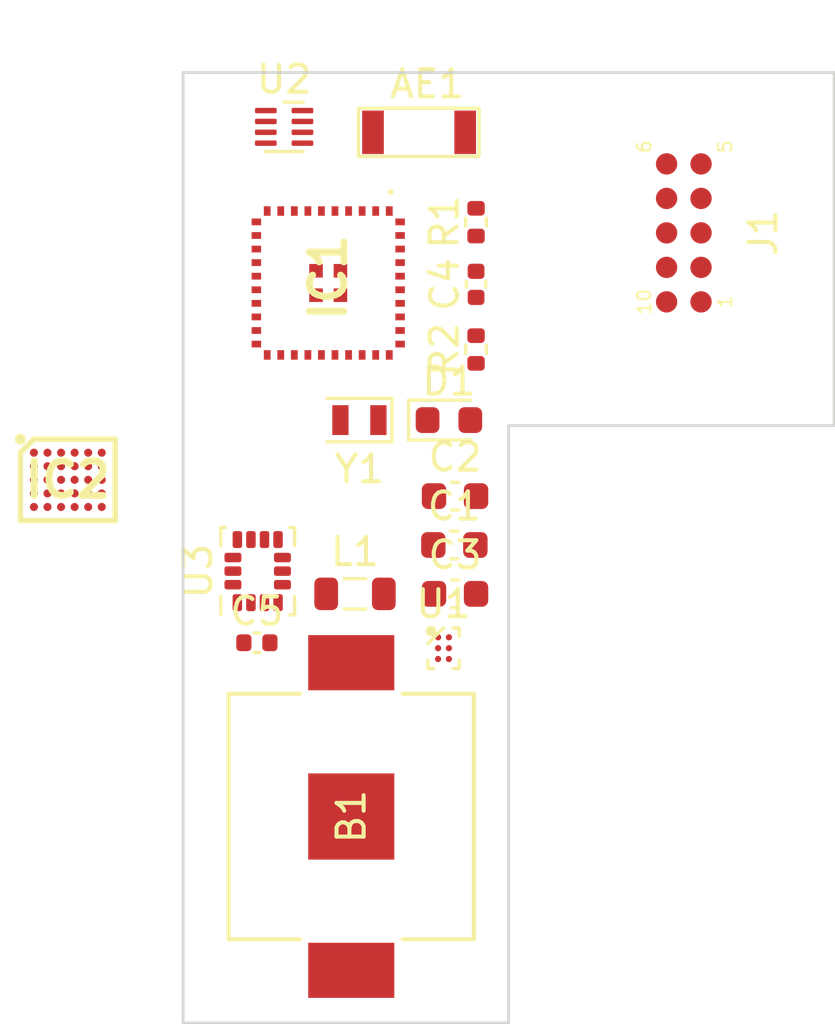
<source format=kicad_pcb>
(kicad_pcb (version 20221018) (generator pcbnew)
  (layers (0 "F.Cu" signal) (31 "B.Cu" signal) (34 "B.Paste" user) (35 "F.Paste" user) (36 "B.SilkS" user "B.Silkscreen") (37 "F.SilkS" user "F.Silkscreen") (38 "B.Mask" user) (39 "F.Mask" user) (44 "Edge.Cuts" user))
  (net 0 "")
  (net 1 "+BATT")
  (net 2 "GND")
  (net 3 "+3V0")
  (net 4 "RESETn")
  (net 6 "AXY_INT1")
  (net 7 "AXY_INT2")
  (net 8 "SWCLK")
  (net 9 "SWDIO")
  (net 10 "Net-(AE1-FEED)")
  (net 11 "SWO")
  (net 12 "Net-(D1-A)")
  (net 19 "PTI_DATA")
  (net 20 "PTI_FRAME")
  (net 26 "MAG_INT")
  (net 27 "SDA")
  (net 28 "SCL")
  (net 29 "Net-(IC1-PD01)")
  (net 30 "Net-(IC1-PD00)")
  (net 32 "VCOM_RX")
  (net 33 "VCOM_TX")
  (net 38 "Net-(U1-SW)")
  (footprint "Juxta:BGM220SC12WGA2R" (layer "F.Cu") (at 82.35 85.75 -90)
    (fp_text reference "IC1" (at -0.2 0 90) (layer "F.SilkS") (effects (font (size 1.27 1.27) (thickness 0.254))))
    (fp_text value "BGM220SC12WGA2R" hide)
    (fp_line (start -3.4 -2.3) (end -3.4 -2.3) (stroke (width 0.1)) (layer "F.SilkS"))
    (fp_line (start -3.3 -2.3) (end -3.3 -2.3) (stroke (width 0.1)) (layer "F.SilkS"))
    (fp_arc (start -3.4 -2.3) (mid -3.35 -2.35) (end -3.3 -2.3) (stroke (width 0.1)) (layer "F.SilkS"))
    (fp_arc (start -3.3 -2.3) (mid -3.35 -2.25) (end -3.4 -2.3) (stroke (width 0.1)) (layer "F.SilkS"))
    (pad "1" smd rect (at -2.65 -2.25) (size 0.25 0.35) (layers "F.Cu" "F.Paste" "F.Mask"))
    (pad "2" smd rect (at -2.65 -1.75) (size 0.25 0.35) (layers "F.Cu" "F.Paste" "F.Mask") (net 2 "GND"))
    (pad "3" smd rect (at -2.65 -1.25) (size 0.25 0.35) (layers "F.Cu" "F.Paste" "F.Mask") (net 10 "Net-(AE1-FEED)"))
    (pad "4" smd rect (at -2.65 -0.75) (size 0.25 0.35) (layers "F.Cu" "F.Paste" "F.Mask") (net 2 "GND"))
    (pad "5" smd rect (at -2.65 -0.25) (size 0.25 0.35) (layers "F.Cu" "F.Paste" "F.Mask") (net 2 "GND"))
    (pad "6" smd rect (at -2.65 0.25) (size 0.25 0.35) (layers "F.Cu" "F.Paste" "F.Mask") (net 6 "AXY_INT1"))
    (pad "7" smd rect (at -2.65 0.75) (size 0.25 0.35) (layers "F.Cu" "F.Paste" "F.Mask") (net 7 "AXY_INT2"))
    (pad "8" smd rect (at -2.65 1.25) (size 0.25 0.35) (layers "F.Cu" "F.Paste" "F.Mask"))
    (pad "9" smd rect (at -2.65 1.75) (size 0.25 0.35) (layers "F.Cu" "F.Paste" "F.Mask"))
    (pad "10" smd rect (at -2.65 2.25) (size 0.25 0.35) (layers "F.Cu" "F.Paste" "F.Mask"))
    (pad "11" smd rect (at -2.25 2.65 270) (size 0.25 0.35) (layers "F.Cu" "F.Paste" "F.Mask"))
    (pad "12" smd rect (at -1.75 2.65 270) (size 0.25 0.35) (layers "F.Cu" "F.Paste" "F.Mask") (net 8 "SWCLK"))
    (pad "13" smd rect (at -1.25 2.65 270) (size 0.25 0.35) (layers "F.Cu" "F.Paste" "F.Mask") (net 9 "SWDIO"))
    (pad "14" smd rect (at -0.75 2.65 270) (size 0.25 0.35) (layers "F.Cu" "F.Paste" "F.Mask"))
    (pad "15" smd rect (at -0.25 2.65 270) (size 0.25 0.35) (layers "F.Cu" "F.Paste" "F.Mask") (net 11 "SWO"))
    (pad "16" smd rect (at 0.25 2.65 270) (size 0.25 0.35) (layers "F.Cu" "F.Paste" "F.Mask") (net 33 "VCOM_TX"))
    (pad "17" smd rect (at 0.75 2.65 270) (size 0.25 0.35) (layers "F.Cu" "F.Paste" "F.Mask") (net 32 "VCOM_RX"))
    (pad "18" smd rect (at 1.25 2.65 270) (size 0.25 0.35) (layers "F.Cu" "F.Paste" "F.Mask"))
    (pad "19" smd rect (at 1.75 2.65 270) (size 0.25 0.35) (layers "F.Cu" "F.Paste" "F.Mask"))
    (pad "20" smd rect (at 2.25 2.65 270) (size 0.25 0.35) (layers "F.Cu" "F.Paste" "F.Mask") (net 12 "Net-(D1-A)"))
    (pad "21" smd rect (at 2.65 2.25) (size 0.25 0.35) (layers "F.Cu" "F.Paste" "F.Mask"))
    (pad "22" smd rect (at 2.65 1.75) (size 0.25 0.35) (layers "F.Cu" "F.Paste" "F.Mask") (net 3 "+3V0"))
    (pad "23" smd rect (at 2.65 1.25) (size 0.25 0.35) (layers "F.Cu" "F.Paste" "F.Mask") (net 3 "+3V0"))
    (pad "24" smd rect (at 2.65 0.75) (size 0.25 0.35) (layers "F.Cu" "F.Paste" "F.Mask"))
    (pad "25" smd rect (at 2.65 0.25) (size 0.25 0.35) (layers "F.Cu" "F.Paste" "F.Mask"))
    (pad "26" smd rect (at 2.65 -0.25) (size 0.25 0.35) (layers "F.Cu" "F.Paste" "F.Mask") (net 29 "Net-(IC1-PD01)"))
    (pad "27" smd rect (at 2.65 -0.75) (size 0.25 0.35) (layers "F.Cu" "F.Paste" "F.Mask") (net 30 "Net-(IC1-PD00)"))
    (pad "28" smd rect (at 2.65 -1.25) (size 0.25 0.35) (layers "F.Cu" "F.Paste" "F.Mask") (net 26 "MAG_INT"))
    (pad "29" smd rect (at 2.65 -1.75) (size 0.25 0.35) (layers "F.Cu" "F.Paste" "F.Mask") (net 27 "SDA"))
    (pad "30" smd rect (at 2.65 -2.25) (size 0.25 0.35) (layers "F.Cu" "F.Paste" "F.Mask") (net 28 "SCL"))
    (pad "31" smd rect (at 2.25 -2.65 270) (size 0.25 0.35) (layers "F.Cu" "F.Paste" "F.Mask"))
    (pad "32" smd rect (at 1.75 -2.65 270) (size 0.25 0.35) (layers "F.Cu" "F.Paste" "F.Mask") (net 19 "PTI_DATA"))
    (pad "33" smd rect (at 1.25 -2.65 270) (size 0.25 0.35) (layers "F.Cu" "F.Paste" "F.Mask") (net 20 "PTI_FRAME"))
    (pad "34" smd rect (at 0.75 -2.65 270) (size 0.25 0.35) (layers "F.Cu" "F.Paste" "F.Mask") (net 1 "+BATT"))
    (pad "35" smd rect (at 0.25 -2.65 270) (size 0.25 0.35) (layers "F.Cu" "F.Paste" "F.Mask") (net 4 "RESETn"))
    (pad "36" smd rect (at -0.25 -2.65 270) (size 0.25 0.35) (layers "F.Cu" "F.Paste" "F.Mask") (net 2 "GND"))
    (pad "37" smd rect (at -0.75 -2.65 270) (size 0.25 0.35) (layers "F.Cu" "F.Paste" "F.Mask"))
    (pad "38" smd rect (at -1.25 -2.65 270) (size 0.25 0.35) (layers "F.Cu" "F.Paste" "F.Mask"))
    (pad "39" smd rect (at -1.75 -2.65 270) (size 0.25 0.35) (layers "F.Cu" "F.Paste" "F.Mask"))
    (pad "40" smd rect (at -2.25 -2.65 270) (size 0.25 0.35) (layers "F.Cu" "F.Paste" "F.Mask") (net 2 "GND"))
    (pad "41" smd rect (at 0.45 -0.45 270) (size 0.5 0.5) (layers "F.Cu" "F.Paste" "F.Mask") (net 2 "GND"))
    (pad "42" smd rect (at 0.45 0.45 270) (size 0.5 0.5) (layers "F.Cu" "F.Paste" "F.Mask") (net 2 "GND"))
    (pad "43" smd rect (at -0.45 0.45 270) (size 0.5 0.5) (layers "F.Cu" "F.Paste" "F.Mask") (net 2 "GND"))
    (pad "44" smd rect (at -0.45 -0.45 270) (size 0.5 0.5) (layers "F.Cu" "F.Paste" "F.Mask") (net 2 "GND"))
  )
  (footprint "Package_LGA:LGA-14_3x2.5mm_P0.5mm_LayoutBorder3x4y" (layer "F.Cu") (at 79.75 96.3625 90)
    (fp_text reference "U3" (at 0 -2.2 90) (layer "F.SilkS"))
    (fp_text value "LSM6DS3")
    (fp_line (start -1.61 1.36) (end -1.61 1.185) (stroke (width 0.12)) (layer "F.SilkS"))
    (fp_line (start -0.935 -1.36) (end -1.61 -1.36) (stroke (width 0.12)) (layer "F.SilkS"))
    (fp_line (start -0.935 1.36) (end -1.61 1.36) (stroke (width 0.12)) (layer "F.SilkS"))
    (fp_line (start 0.935 -1.36) (end 1.61 -1.36) (stroke (width 0.12)) (layer "F.SilkS"))
    (fp_line (start 0.935 1.36) (end 1.61 1.36) (stroke (width 0.12)) (layer "F.SilkS"))
    (fp_line (start 1.61 -1.36) (end 1.61 -1.185) (stroke (width 0.12)) (layer "F.SilkS"))
    (fp_line (start 1.61 1.36) (end 1.61 1.185) (stroke (width 0.12)) (layer "F.SilkS"))
    (pad "1" smd roundrect (at -1.1625 -0.75 90) (size 0.625 0.35) (layers "F.Cu" "F.Paste" "F.Mask"))
    (pad "2" smd roundrect (at -1.1625 -0.25 90) (size 0.625 0.35) (layers "F.Cu" "F.Paste" "F.Mask") (net 2 "GND"))
    (pad "3" smd roundrect (at -1.1625 0.25 90) (size 0.625 0.35) (layers "F.Cu" "F.Paste" "F.Mask") (net 2 "GND"))
    (pad "4" smd roundrect (at -1.1625 0.75 90) (size 0.625 0.35) (layers "F.Cu" "F.Paste" "F.Mask") (net 6 "AXY_INT1"))
    (pad "5" smd roundrect (at -0.5 0.9125 90) (size 0.35 0.625) (layers "F.Cu" "F.Paste" "F.Mask") (net 3 "+3V0"))
    (pad "6" smd roundrect (at 0 0.9125 90) (size 0.35 0.625) (layers "F.Cu" "F.Paste" "F.Mask") (net 2 "GND"))
    (pad "7" smd roundrect (at 0.5 0.9125 90) (size 0.35 0.625) (layers "F.Cu" "F.Paste" "F.Mask") (net 2 "GND"))
    (pad "8" smd roundrect (at 1.1625 0.75 90) (size 0.625 0.35) (layers "F.Cu" "F.Paste" "F.Mask") (net 3 "+3V0"))
    (pad "9" smd roundrect (at 1.1625 0.25 90) (size 0.625 0.35) (layers "F.Cu" "F.Paste" "F.Mask") (net 7 "AXY_INT2"))
    (pad "10" smd roundrect (at 1.1625 -0.25 90) (size 0.625 0.35) (layers "F.Cu" "F.Paste" "F.Mask"))
    (pad "11" smd roundrect (at 1.1625 -0.75 90) (size 0.625 0.35) (layers "F.Cu" "F.Paste" "F.Mask"))
    (pad "12" smd roundrect (at 0.5 -0.9125 90) (size 0.35 0.625) (layers "F.Cu" "F.Paste" "F.Mask") (net 3 "+3V0"))
    (pad "13" smd roundrect (at 0 -0.9125 90) (size 0.35 0.625) (layers "F.Cu" "F.Paste" "F.Mask") (net 28 "SCL"))
    (pad "14" smd roundrect (at -0.5 -0.9125 90) (size 0.35 0.625) (layers "F.Cu" "F.Paste" "F.Mask") (net 27 "SDA"))
  )
  (footprint "Capacitor_SMD:C_0402_1005Metric" (layer "F.Cu") (at 87.8 85.8 90)
    (fp_text reference "C4" (at 0 -1.16 90) (layer "F.SilkS"))
    (fp_text value "100nF")
    (fp_line (start -0.107836 -0.36) (end 0.107836 -0.36) (stroke (width 0.12)) (layer "F.SilkS"))
    (fp_line (start -0.107836 0.36) (end 0.107836 0.36) (stroke (width 0.12)) (layer "F.SilkS"))
    (pad "1" smd roundrect (at -0.48 0 90) (size 0.56 0.62) (layers "F.Cu" "F.Paste" "F.Mask") (net 4 "RESETn"))
    (pad "2" smd roundrect (at 0.48 0 90) (size 0.56 0.62) (layers "F.Cu" "F.Paste" "F.Mask") (net 2 "GND"))
  )
  (footprint "Resistor_SMD:R_0402_1005Metric" (layer "F.Cu") (at 87.8 83.51 90)
    (fp_text reference "R1" (at 0 -1.17 90) (layer "F.SilkS"))
    (fp_text value "4.7k")
    (fp_line (start -0.153641 -0.38) (end 0.153641 -0.38) (stroke (width 0.12)) (layer "F.SilkS"))
    (fp_line (start -0.153641 0.38) (end 0.153641 0.38) (stroke (width 0.12)) (layer "F.SilkS"))
    (pad "1" smd roundrect (at -0.51 0 90) (size 0.54 0.64) (layers "F.Cu" "F.Paste" "F.Mask") (net 3 "+3V0"))
    (pad "2" smd roundrect (at 0.51 0 90) (size 0.54 0.64) (layers "F.Cu" "F.Paste" "F.Mask") (net 28 "SCL"))
  )
  (footprint "Inductor_SMD:L_0805_2012Metric" (layer "F.Cu") (at 83.3375 97.2)
    (fp_text reference "L1" (at 0 -1.55) (layer "F.SilkS"))
    (fp_text value "1uH")
    (fp_line (start -0.399622 -0.56) (end 0.399622 -0.56) (stroke (width 0.12)) (layer "F.SilkS"))
    (fp_line (start -0.399622 0.56) (end 0.399622 0.56) (stroke (width 0.12)) (layer "F.SilkS"))
    (pad "1" smd roundrect (at -1.0625 0) (size 0.875 1.2) (layers "F.Cu" "F.Paste" "F.Mask") (net 1 "+BATT"))
    (pad "2" smd roundrect (at 1.0625 0) (size 0.875 1.2) (layers "F.Cu" "F.Paste" "F.Mask") (net 38 "Net-(U1-SW)"))
  )
  (footprint "Crystal:Crystal_SMD_2012-2Pin_2.0x1.2mm" (layer "F.Cu") (at 83.5 90.8 180)
    (fp_text reference "Y1" (at 0 -1.8) (layer "F.SilkS"))
    (fp_text value "Crystal")
    (fp_line (start -1.2 -0.8) (end -1.2 0.8) (stroke (width 0.12)) (layer "F.SilkS"))
    (fp_line (start -1.2 0.8) (end 1.2 0.8) (stroke (width 0.12)) (layer "F.SilkS"))
    (fp_line (start 1.2 -0.8) (end -1.2 -0.8) (stroke (width 0.12)) (layer "F.SilkS"))
    (pad "1" smd rect (at -0.7 0 180) (size 0.6 1.1) (layers "F.Cu" "F.Paste" "F.Mask") (net 30 "Net-(IC1-PD00)"))
    (pad "2" smd rect (at 0.7 0 180) (size 0.6 1.1) (layers "F.Cu" "F.Paste" "F.Mask") (net 29 "Net-(IC1-PD01)"))
  )
  (footprint "Capacitor_SMD:C_0603_1608Metric" (layer "F.Cu") (at 87.025 93.6)
    (fp_text reference "C2" (at 0 -1.43) (layer "F.SilkS"))
    (fp_text value "10uF")
    (fp_line (start -0.14058 -0.51) (end 0.14058 -0.51) (stroke (width 0.12)) (layer "F.SilkS"))
    (fp_line (start -0.14058 0.51) (end 0.14058 0.51) (stroke (width 0.12)) (layer "F.SilkS"))
    (pad "1" smd roundrect (at -0.775 0) (size 0.9 0.95) (layers "F.Cu" "F.Paste" "F.Mask") (net 3 "+3V0"))
    (pad "2" smd roundrect (at 0.775 0) (size 0.9 0.95) (layers "F.Cu" "F.Paste" "F.Mask") (net 2 "GND"))
  )
  (footprint "Juxta:BGA-6_2x3_0.914x1.256mm" (layer "F.Cu") (at 86.6 99.2)
    (fp_text reference "U1" (at 0 -1.628) (layer "F.SilkS"))
    (fp_text value "TPS61099x_YFF")
    (fp_line (start -0.577 0.748) (end -0.577 0.434) (stroke (width 0.12)) (layer "F.SilkS"))
    (fp_line (start -0.3485 0.748) (end -0.577 0.748) (stroke (width 0.12)) (layer "F.SilkS"))
    (fp_line (start 0 -0.748) (end -0.577 -0.171) (stroke (width 0.12)) (layer "F.SilkS"))
    (fp_line (start 0.3485 -0.748) (end 0.577 -0.748) (stroke (width 0.12)) (layer "F.SilkS"))
    (fp_line (start 0.3485 -0.748) (end 0.577 -0.748) (stroke (width 0.12)) (layer "F.SilkS"))
    (fp_line (start 0.3485 -0.748) (end 0.577 -0.748) (stroke (width 0.12)) (layer "F.SilkS"))
    (fp_line (start 0.3485 0.748) (end 0.577 0.748) (stroke (width 0.12)) (layer "F.SilkS"))
    (fp_line (start 0.577 -0.748) (end 0.577 -0.434) (stroke (width 0.12)) (layer "F.SilkS"))
    (fp_line (start 0.577 -0.748) (end 0.577 -0.434) (stroke (width 0.12)) (layer "F.SilkS"))
    (fp_line (start 0.577 -0.748) (end 0.577 -0.434) (stroke (width 0.12)) (layer "F.SilkS"))
    (fp_line (start 0.577 0.748) (end 0.577 0.434) (stroke (width 0.12)) (layer "F.SilkS"))
    (fp_circle (center -0.457 -0.628) (end -0.457 -0.528) (stroke (width 0.2)) (fill none) (layer "F.SilkS"))
    (pad "A1" smd circle (at -0.2 -0.4) (size 0.23 0.23) (layers "F.Cu" "F.Paste" "F.Mask") (net 1 "+BATT"))
    (pad "A2" smd circle (at 0.2 -0.4) (size 0.23 0.23) (layers "F.Cu" "F.Paste" "F.Mask") (net 2 "GND"))
    (pad "B1" smd circle (at -0.2 0) (size 0.23 0.23) (layers "F.Cu" "F.Paste" "F.Mask") (net 38 "Net-(U1-SW)"))
    (pad "B2" smd circle (at 0.2 0) (size 0.23 0.23) (layers "F.Cu" "F.Paste" "F.Mask") (net 3 "+3V0"))
    (pad "C1" smd circle (at -0.2 0.4) (size 0.23 0.23) (layers "F.Cu" "F.Paste" "F.Mask") (net 1 "+BATT"))
    (pad "C2" smd circle (at 0.2 0.4) (size 0.23 0.23) (layers "F.Cu" "F.Paste" "F.Mask") (net 2 "GND"))
  )
  (footprint "LED_SMD:LED_0603_1608Metric" (layer "F.Cu") (at 86.8 90.8)
    (fp_text reference "D1" (at 0 -1.43) (layer "F.SilkS"))
    (fp_text value "LED")
    (fp_line (start -1.485 -0.735) (end -1.485 0.735) (stroke (width 0.12)) (layer "F.SilkS"))
    (fp_line (start -1.485 0.735) (end 0.8 0.735) (stroke (width 0.12)) (layer "F.SilkS"))
    (fp_line (start 0.8 -0.735) (end -1.485 -0.735) (stroke (width 0.12)) (layer "F.SilkS"))
    (pad "1" smd roundrect (at -0.7875 0) (size 0.875 0.95) (layers "F.Cu" "F.Paste" "F.Mask") (net 2 "GND"))
    (pad "2" smd roundrect (at 0.7875 0) (size 0.875 0.95) (layers "F.Cu" "F.Paste" "F.Mask") (net 12 "Net-(D1-A)"))
  )
  (footprint "Juxta:TC2050-IDC-FP" (layer "F.Cu") (at 95.46 83.905 90)
    (fp_text reference "J1" (at 0 2.921 90) (layer "F.SilkS"))
    (fp_text value "Conn_02x05_Odd_Even")
    (fp_text user "1" (at -2.54 1.524 90) (layer "F.SilkS") (effects (font (size 0.5 0.5) (thickness 0.08))))
    (fp_text user "10" (at -2.54 -1.4605 90) (layer "F.SilkS") (effects (font (size 0.5 0.5) (thickness 0.08))))
    (fp_text user "6" (at 3.175 -1.4605 90) (layer "F.SilkS") (effects (font (size 0.5 0.5) (thickness 0.08))))
    (fp_text user "5" (at 3.175 1.524 90) (layer "F.SilkS") (effects (font (size 0.5 0.5) (thickness 0.08))))
    (pad "" np_thru_hole circle (at -3.81 -2.54 90) (size 2.3749 2.3749) (drill 2.3749) (layers "*.Cu" "*.Mask"))
    (pad "" np_thru_hole circle (at -3.81 0 90) (size 0.991 0.991) (drill 0.991) (layers "*.Cu" "*.Mask"))
    (pad "" np_thru_hole circle (at -3.81 2.54 90) (size 2.3749 2.3749) (drill 2.3749) (layers "*.Cu" "*.Mask"))
    (pad "" np_thru_hole circle (at 1.905 -2.54 90) (size 2.3749 2.3749) (drill 2.3749) (layers "*.Cu" "*.Mask"))
    (pad "" np_thru_hole circle (at 1.905 2.54 90) (size 2.3749 2.3749) (drill 2.3749) (layers "*.Cu" "*.Mask"))
    (pad "" np_thru_hole circle (at 3.81 -1.015 90) (size 0.991 0.991) (drill 0.991) (layers "*.Cu" "*.Mask"))
    (pad "" np_thru_hole circle (at 3.81 1.015 90) (size 0.991 0.991) (drill 0.991) (layers "*.Cu" "*.Mask"))
    (pad "1" smd circle (at -2.54 0.635 90) (size 0.787 0.787) (layers "F.Cu" "F.Mask") (net 3 "+3V0"))
    (pad "2" smd circle (at -1.27 0.635 90) (size 0.787 0.787) (layers "F.Cu" "F.Mask") (net 2 "GND"))
    (pad "3" smd circle (at 0 0.635 90) (size 0.787 0.787) (layers "F.Cu" "F.Mask") (net 4 "RESETn"))
    (pad "4" smd circle (at 1.27 0.635 90) (size 0.787 0.787) (layers "F.Cu" "F.Mask") (net 32 "VCOM_RX"))
    (pad "5" smd circle (at 2.54 0.635 90) (size 0.787 0.787) (layers "F.Cu" "F.Mask") (net 33 "VCOM_TX"))
    (pad "6" smd circle (at 2.54 -0.635 90) (size 0.787 0.787) (layers "F.Cu" "F.Mask") (net 11 "SWO"))
    (pad "7" smd circle (at 1.27 -0.635 90) (size 0.787 0.787) (layers "F.Cu" "F.Mask") (net 9 "SWDIO"))
    (pad "8" smd circle (at 0 -0.635 90) (size 0.787 0.787) (layers "F.Cu" "F.Mask") (net 8 "SWCLK"))
    (pad "9" smd circle (at -1.27 -0.635 90) (size 0.787 0.787) (layers "F.Cu" "F.Mask") (net 20 "PTI_FRAME"))
    (pad "10" smd circle (at -2.54 -0.635 90) (size 0.787 0.787) (layers "F.Cu" "F.Mask") (net 19 "PTI_DATA"))
  )
  (footprint "Capacitor_SMD:C_0603_1608Metric" (layer "F.Cu") (at 87 95.4)
    (fp_text reference "C1" (at 0 -1.43) (layer "F.SilkS"))
    (fp_text value "10uF")
    (fp_line (start -0.14058 -0.51) (end 0.14058 -0.51) (stroke (width 0.12)) (layer "F.SilkS"))
    (fp_line (start -0.14058 0.51) (end 0.14058 0.51) (stroke (width 0.12)) (layer "F.SilkS"))
    (pad "1" smd roundrect (at -0.775 0) (size 0.9 0.95) (layers "F.Cu" "F.Paste" "F.Mask") (net 3 "+3V0"))
    (pad "2" smd roundrect (at 0.775 0) (size 0.9 0.95) (layers "F.Cu" "F.Paste" "F.Mask") (net 2 "GND"))
  )
  (footprint "Juxta:2450AT18B100" (layer "F.Cu") (at 87.4 80.2)
    (fp_text reference "AE1" (at -1.397 -1.778) (layer "F.SilkS"))
    (fp_text value "Antenna_Chip")
    (fp_line (start -3.937 -0.889) (end 0.508 -0.889) (stroke (width 0.12)) (layer "F.SilkS"))
    (fp_line (start -3.937 0.889) (end -3.937 -0.889) (stroke (width 0.12)) (layer "F.SilkS"))
    (fp_line (start 0.508 -0.889) (end 0.508 0.889) (stroke (width 0.12)) (layer "F.SilkS"))
    (fp_line (start 0.508 0.889) (end -3.937 0.889) (stroke (width 0.12)) (layer "F.SilkS"))
    (pad "1" smd rect (at -3.4 0) (size 0.8 1.6) (layers "F.Cu" "F.Paste" "F.Mask") (net 10 "Net-(AE1-FEED)"))
    (pad "2" smd rect (at 0 0) (size 0.8 1.6) (layers "F.Cu" "F.Paste" "F.Mask"))
  )
  (footprint "Juxta:2988TR_KEY" (layer "F.Cu") (at 83.2 105.4 90)
    (fp_text reference "B1" (at 0 0 90 unlocked) (layer "F.SilkS"))
    (fp_text value "2988TR")
    (fp_line (start -4.5212 -4.5212) (end -4.5212 -1.894718) (stroke (width 0.1524)) (layer "F.SilkS"))
    (fp_line (start -4.5212 1.894718) (end -4.5212 4.5212) (stroke (width 0.1524)) (layer "F.SilkS"))
    (fp_line (start -4.5212 4.5212) (end 4.5212 4.5212) (stroke (width 0.1524)) (layer "F.SilkS"))
    (fp_line (start 4.5212 -4.5212) (end -4.5212 -4.5212) (stroke (width 0.1524)) (layer "F.SilkS"))
    (fp_line (start 4.5212 -1.894718) (end 4.5212 -4.5212) (stroke (width 0.1524)) (layer "F.SilkS"))
    (fp_line (start 4.5212 4.5212) (end 4.5212 1.894718) (stroke (width 0.1524)) (layer "F.SilkS"))
    (pad "1" smd rect (at -5.665 0 90) (size 2.032 3.175) (layers "F.Cu" "F.Paste" "F.Mask") (net 1 "+BATT"))
    (pad "2" smd rect (at 5.665 0 90) (size 2.032 3.175) (layers "F.Cu" "F.Paste" "F.Mask"))
    (pad "3" smd rect (at 0 0 90) (size 3.175 3.175) (layers "F.Cu" "F.Mask") (net 2 "GND"))
  )
  (footprint "Capacitor_SMD:C_0603_1608Metric" (layer "F.Cu") (at 87.025 97.2)
    (fp_text reference "C3" (at 0 -1.43) (layer "F.SilkS"))
    (fp_text value "10uF")
    (fp_line (start -0.14058 -0.51) (end 0.14058 -0.51) (stroke (width 0.12)) (layer "F.SilkS"))
    (fp_line (start -0.14058 0.51) (end 0.14058 0.51) (stroke (width 0.12)) (layer "F.SilkS"))
    (pad "1" smd roundrect (at -0.775 0) (size 0.9 0.95) (layers "F.Cu" "F.Paste" "F.Mask") (net 1 "+BATT"))
    (pad "2" smd roundrect (at 0.775 0) (size 0.9 0.95) (layers "F.Cu" "F.Paste" "F.Mask") (net 2 "GND"))
  )
  (footprint "Package_DFN_QFN:TDFN-8_1.4x1.6mm_P0.4mm" (layer "F.Cu") (at 80.725 80)
    (fp_text reference "U2" (at 0 -1.75) (layer "F.SilkS"))
    (fp_text value "Si7210-B-xx-IM2")
    (fp_line (start -0.7 0.91) (end 0.7 0.91) (stroke (width 0.12)) (layer "F.SilkS"))
    (fp_line (start 0 -0.91) (end 0.7 -0.91) (stroke (width 0.12)) (layer "F.SilkS"))
    (pad "1" smd roundrect (at -0.675 -0.6) (size 0.8 0.2) (layers "F.Cu" "F.Paste" "F.Mask") (net 2 "GND"))
    (pad "2" smd roundrect (at -0.675 -0.2) (size 0.8 0.2) (layers "F.Cu" "F.Paste" "F.Mask") (net 28 "SCL"))
    (pad "3" smd roundrect (at -0.675 0.2) (size 0.8 0.2) (layers "F.Cu" "F.Paste" "F.Mask"))
    (pad "4" smd roundrect (at -0.675 0.6) (size 0.8 0.2) (layers "F.Cu" "F.Paste" "F.Mask") (net 27 "SDA"))
    (pad "5" smd roundrect (at 0.675 0.6) (size 0.8 0.2) (layers "F.Cu" "F.Paste" "F.Mask") (net 2 "GND"))
    (pad "6" smd roundrect (at 0.675 0.2) (size 0.8 0.2) (layers "F.Cu" "F.Paste" "F.Mask") (net 26 "MAG_INT"))
    (pad "7" smd roundrect (at 0.675 -0.2) (size 0.8 0.2) (layers "F.Cu" "F.Paste" "F.Mask"))
    (pad "8" smd roundrect (at 0.675 -0.6) (size 0.8 0.2) (layers "F.Cu" "F.Paste" "F.Mask") (net 3 "+3V0"))
  )
  (footprint "JuxtaN:BGA30C50P6X5_293X274X69" (layer "F.Cu") (at 72.75 93)
    (fp_text reference "IC2" (at 0 0) (layer "F.SilkS") (effects (font (size 1.27 1.27) (thickness 0.254))))
    (fp_text value "MAX30003CWV+T" hide)
    (fp_line (start -1.749 -1) (end -1.25 -1.499) (stroke (width 0.2)) (layer "F.SilkS"))
    (fp_line (start -1.749 1.499) (end -1.749 -1) (stroke (width 0.2)) (layer "F.SilkS"))
    (fp_line (start -1.25 -1.499) (end 1.749 -1.499) (stroke (width 0.2)) (layer "F.SilkS"))
    (fp_line (start 1.749 -1.499) (end 1.749 1.499) (stroke (width 0.2)) (layer "F.SilkS"))
    (fp_line (start 1.749 1.499) (end -1.749 1.499) (stroke (width 0.2)) (layer "F.SilkS"))
    (fp_circle (center -1.749 -1.499) (end -1.749 -1.399) (stroke (width 0.2)) (fill none) (layer "F.SilkS"))
    (pad "A1" smd circle (at -1.25 -1 90) (size 0.298 0.298) (layers "F.Cu" "F.Paste" "F.Mask"))
    (pad "A2" smd circle (at -0.75 -1 90) (size 0.298 0.298) (layers "F.Cu" "F.Paste" "F.Mask"))
    (pad "A3" smd circle (at -0.25 -1 90) (size 0.298 0.298) (layers "F.Cu" "F.Paste" "F.Mask"))
    (pad "A4" smd circle (at 0.25 -1 90) (size 0.298 0.298) (layers "F.Cu" "F.Paste" "F.Mask"))
    (pad "A5" smd circle (at 0.75 -1 90) (size 0.298 0.298) (layers "F.Cu" "F.Paste" "F.Mask"))
    (pad "A6" smd circle (at 1.25 -1 90) (size 0.298 0.298) (layers "F.Cu" "F.Paste" "F.Mask"))
    (pad "B1" smd circle (at -1.25 -0.5 90) (size 0.298 0.298) (layers "F.Cu" "F.Paste" "F.Mask"))
    (pad "B2" smd circle (at -0.75 -0.5 90) (size 0.298 0.298) (layers "F.Cu" "F.Paste" "F.Mask"))
    (pad "B3" smd circle (at -0.25 -0.5 90) (size 0.298 0.298) (layers "F.Cu" "F.Paste" "F.Mask"))
    (pad "B4" smd circle (at 0.25 -0.5 90) (size 0.298 0.298) (layers "F.Cu" "F.Paste" "F.Mask"))
    (pad "B5" smd circle (at 0.75 -0.5 90) (size 0.298 0.298) (layers "F.Cu" "F.Paste" "F.Mask"))
    (pad "B6" smd circle (at 1.25 -0.5 90) (size 0.298 0.298) (layers "F.Cu" "F.Paste" "F.Mask"))
    (pad "C1" smd circle (at -1.25 0 90) (size 0.298 0.298) (layers "F.Cu" "F.Paste" "F.Mask"))
    (pad "C2" smd circle (at -0.75 0 90) (size 0.298 0.298) (layers "F.Cu" "F.Paste" "F.Mask"))
    (pad "C3" smd circle (at -0.25 0 90) (size 0.298 0.298) (layers "F.Cu" "F.Paste" "F.Mask"))
    (pad "C4" smd circle (at 0.25 0 90) (size 0.298 0.298) (layers "F.Cu" "F.Paste" "F.Mask"))
    (pad "C5" smd circle (at 0.75 0 90) (size 0.298 0.298) (layers "F.Cu" "F.Paste" "F.Mask"))
    (pad "C6" smd circle (at 1.25 0 90) (size 0.298 0.298) (layers "F.Cu" "F.Paste" "F.Mask"))
    (pad "D1" smd circle (at -1.25 0.5 90) (size 0.298 0.298) (layers "F.Cu" "F.Paste" "F.Mask"))
    (pad "D2" smd circle (at -0.75 0.5 90) (size 0.298 0.298) (layers "F.Cu" "F.Paste" "F.Mask"))
    (pad "D3" smd circle (at -0.25 0.5 90) (size 0.298 0.298) (layers "F.Cu" "F.Paste" "F.Mask"))
    (pad "D4" smd circle (at 0.25 0.5 90) (size 0.298 0.298) (layers "F.Cu" "F.Paste" "F.Mask"))
    (pad "D5" smd circle (at 0.75 0.5 90) (size 0.298 0.298) (layers "F.Cu" "F.Paste" "F.Mask"))
    (pad "D6" smd circle (at 1.25 0.5 90) (size 0.298 0.298) (layers "F.Cu" "F.Paste" "F.Mask"))
    (pad "E1" smd circle (at -1.25 1 90) (size 0.298 0.298) (layers "F.Cu" "F.Paste" "F.Mask"))
    (pad "E2" smd circle (at -0.75 1 90) (size 0.298 0.298) (layers "F.Cu" "F.Paste" "F.Mask"))
    (pad "E3" smd circle (at -0.25 1 90) (size 0.298 0.298) (layers "F.Cu" "F.Paste" "F.Mask"))
    (pad "E4" smd circle (at 0.25 1 90) (size 0.298 0.298) (layers "F.Cu" "F.Paste" "F.Mask"))
    (pad "E5" smd circle (at 0.75 1 90) (size 0.298 0.298) (layers "F.Cu" "F.Paste" "F.Mask"))
    (pad "E6" smd circle (at 1.25 1 90) (size 0.298 0.298) (layers "F.Cu" "F.Paste" "F.Mask"))
  )
  (footprint "Resistor_SMD:R_0402_1005Metric" (layer "F.Cu") (at 87.8 88.2 90)
    (fp_text reference "R2" (at 0 -1.17 90) (layer "F.SilkS"))
    (fp_text value "4.7k")
    (fp_line (start -0.153641 -0.38) (end 0.153641 -0.38) (stroke (width 0.12)) (layer "F.SilkS"))
    (fp_line (start -0.153641 0.38) (end 0.153641 0.38) (stroke (width 0.12)) (layer "F.SilkS"))
    (pad "1" smd roundrect (at -0.51 0 90) (size 0.54 0.64) (layers "F.Cu" "F.Paste" "F.Mask") (net 3 "+3V0"))
    (pad "2" smd roundrect (at 0.51 0 90) (size 0.54 0.64) (layers "F.Cu" "F.Paste" "F.Mask") (net 27 "SDA"))
  )
  (footprint "Capacitor_SMD:C_0402_1005Metric" (layer "F.Cu") (at 79.72 99)
    (fp_text reference "C5" (at 0 -1.16) (layer "F.SilkS"))
    (fp_text value "100nF")
    (fp_line (start -0.107836 -0.36) (end 0.107836 -0.36) (stroke (width 0.12)) (layer "F.SilkS"))
    (fp_line (start -0.107836 0.36) (end 0.107836 0.36) (stroke (width 0.12)) (layer "F.SilkS"))
    (pad "1" smd roundrect (at -0.48 0) (size 0.56 0.62) (layers "F.Cu" "F.Paste" "F.Mask") (net 3 "+3V0"))
    (pad "2" smd roundrect (at 0.48 0) (size 0.56 0.62) (layers "F.Cu" "F.Paste" "F.Mask") (net 2 "GND"))
  )
  (gr_line (start 101 78) (end 77 78) (stroke (width 0.1)) (layer "Edge.Cuts"))
  (gr_line (start 89 113) (end 89 91) (stroke (width 0.1)) (layer "Edge.Cuts"))
  (gr_line (start 77 78) (end 77 113) (stroke (width 0.1)) (layer "Edge.Cuts"))
  (gr_line (start 77 113) (end 89 113) (stroke (width 0.1)) (layer "Edge.Cuts"))
  (gr_line (start 89 91) (end 101 91) (stroke (width 0.1)) (layer "Edge.Cuts"))
  (gr_line (start 101 91) (end 101 78) (stroke (width 0.1)) (layer "Edge.Cuts"))
)
</source>
